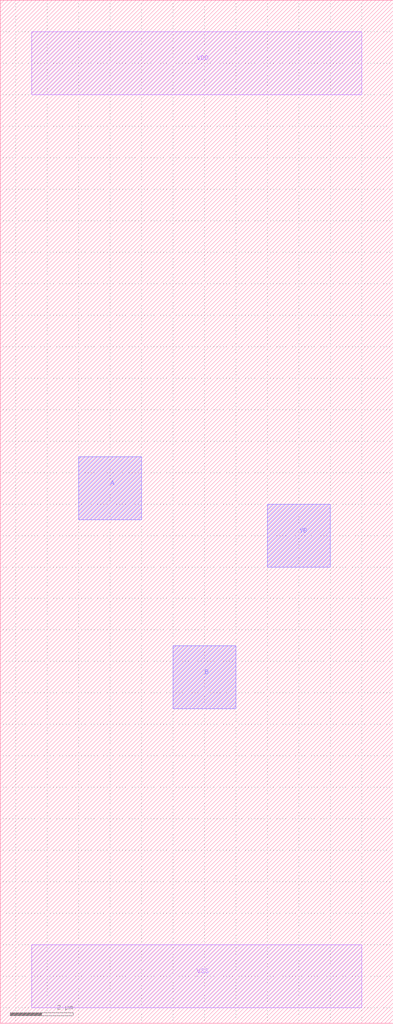
<source format=lef>
# C:/Users/akita/Documents/na21.lef
# Created by Glade release version 4.7.35 compiled on May 19 2020 19:14:35
# Run by akita on host LAPTOP-E0CJ65QR at Wed Jun  3 17:36:48 2020

VERSION 5.6 ;
NAMESCASESENSITIVE ON ;
BUSBITCHARS "[]" ;
DIVIDERCHAR "/"  ;
UNITS
    DATABASE MICRONS 1000 ;
END UNITS

MACRO na21
    CLASS core ;
    FOREIGN na21 -1.500 -1.500 ;
    ORIGIN 1.500 1.500 ;
    SIZE 12.500 BY 32.500 ;
    PIN YB
        DIRECTION OUTPUT ;
        USE SIGNAL ;
        PORT
        LAYER ML2 ;
        RECT 7.000 13.000 9.000 15.000 ;
        LAYER ML1 ;
        RECT 7.000 13.000 9.000 15.000 ;
        END
    END YB
    PIN VDD
        DIRECTION INOUT ;
        USE POWER ;
        PORT
        LAYER ML1 ;
        RECT -0.500 28.000 10.000 30.000 ;
        END
    END VDD
    PIN B
        DIRECTION INPUT ;
        USE SIGNAL ;
        PORT
        LAYER ML2 ;
        RECT 4.000 8.500 6.000 10.500 ;
        LAYER ML1 ;
        RECT 4.000 8.500 6.000 10.500 ;
        END
    END B
    PIN A
        DIRECTION INPUT ;
        USE SIGNAL ;
        PORT
        LAYER ML2 ;
        RECT 1.000 14.500 3.000 16.500 ;
        LAYER ML1 ;
        RECT 1.000 14.500 3.000 16.500 ;
        END
    END A
    PIN VSS
        DIRECTION INOUT ;
        USE GROUND ;
        PORT
        LAYER ML1 ;
        RECT -0.500 -1.000 10.000 1.000 ;
        END
    END VSS
    OBS
    END
END na21

END LIBRARY

</source>
